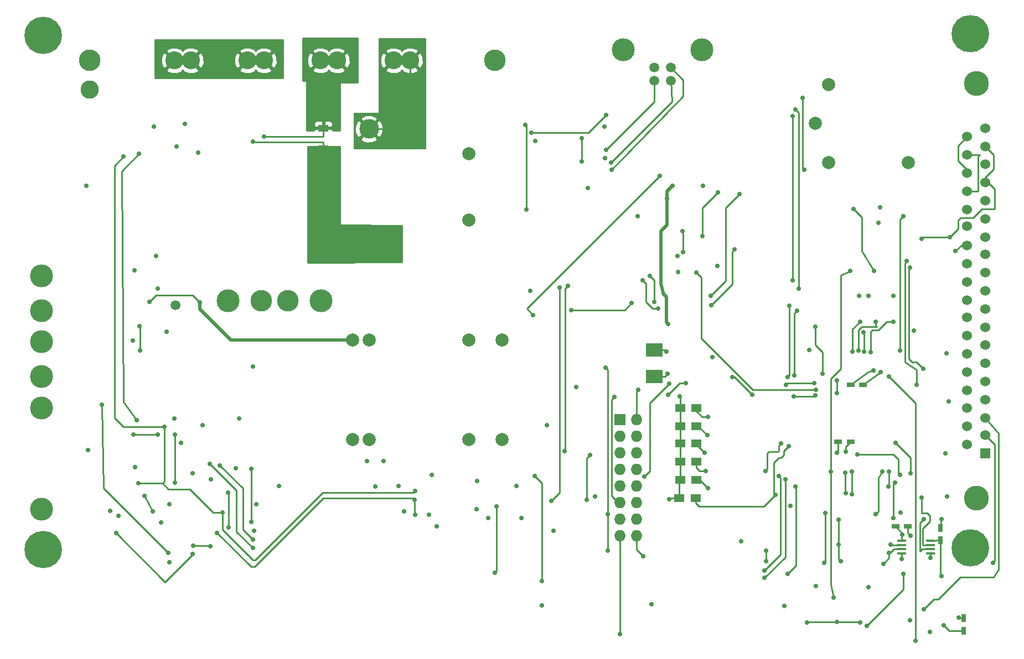
<source format=gbr>
G04 #@! TF.FileFunction,Copper,L4,Bot,Signal*
%FSLAX46Y46*%
G04 Gerber Fmt 4.6, Leading zero omitted, Abs format (unit mm)*
G04 Created by KiCad (PCBNEW 4.0.2-stable) date 12/22/2016 4:19:51 PM*
%MOMM*%
G01*
G04 APERTURE LIST*
%ADD10C,0.100000*%
%ADD11C,2.000000*%
%ADD12C,5.715000*%
%ADD13R,1.200000X0.750000*%
%ADD14C,3.810000*%
%ADD15R,1.524000X1.524000*%
%ADD16C,1.524000*%
%ADD17R,1.727200X1.727200*%
%ADD18O,1.727200X1.727200*%
%ADD19C,3.500000*%
%ADD20R,1.600000X1.000000*%
%ADD21C,2.750000*%
%ADD22C,3.300000*%
%ADD23C,2.790000*%
%ADD24C,1.501140*%
%ADD25C,3.500120*%
%ADD26C,3.000000*%
%ADD27C,1.500000*%
%ADD28R,0.750000X1.200000*%
%ADD29R,2.500000X2.000000*%
%ADD30R,1.500000X1.250000*%
%ADD31R,1.450000X0.450000*%
%ADD32C,0.700000*%
%ADD33C,0.250000*%
%ADD34C,0.500000*%
%ADD35C,0.254000*%
G04 APERTURE END LIST*
D10*
D11*
X144272000Y-120543000D03*
X139192000Y-120543000D03*
X144272000Y-105263000D03*
X139192000Y-105263000D03*
X123952000Y-105263000D03*
X121412000Y-105263000D03*
X123952000Y-120543000D03*
X121412000Y-120543000D03*
D12*
X74041000Y-137414000D03*
X74041000Y-58674000D03*
D13*
X195646000Y-120904000D03*
X197546000Y-120904000D03*
X199451000Y-112141000D03*
X197551000Y-112141000D03*
D14*
X216789000Y-66040000D03*
X216789000Y-129540000D03*
D15*
X218186000Y-122682000D03*
D16*
X218186000Y-119888000D03*
X218186000Y-117221000D03*
X218186000Y-114427000D03*
X218186000Y-111633000D03*
X218186000Y-108839000D03*
X218186000Y-106045000D03*
X218186000Y-103378000D03*
X218186000Y-100584000D03*
X218186000Y-97790000D03*
X218186000Y-94996000D03*
X218186000Y-92202000D03*
X218186000Y-89535000D03*
X218186000Y-86741000D03*
X218186000Y-83947000D03*
X218186000Y-81153000D03*
X218186000Y-78359000D03*
X218186000Y-75692000D03*
X218186000Y-72898000D03*
X215392000Y-121285000D03*
X215392000Y-118491000D03*
X215392000Y-115697000D03*
X215392000Y-113030000D03*
X215392000Y-110236000D03*
X215392000Y-107442000D03*
X215392000Y-104648000D03*
X215392000Y-101854000D03*
X215392000Y-99187000D03*
X215392000Y-96393000D03*
X215392000Y-93599000D03*
X215392000Y-90805000D03*
X215392000Y-87884000D03*
X215392000Y-85344000D03*
X215392000Y-82550000D03*
X215392000Y-79756000D03*
X215392000Y-76962000D03*
X215392000Y-74168000D03*
D17*
X162306000Y-117475000D03*
D18*
X164846000Y-117475000D03*
X162306000Y-120015000D03*
X164846000Y-120015000D03*
X162306000Y-122555000D03*
X164846000Y-122555000D03*
X162306000Y-125095000D03*
X164846000Y-125095000D03*
X162306000Y-127635000D03*
X164846000Y-127635000D03*
X162306000Y-130175000D03*
X164846000Y-130175000D03*
X162306000Y-132715000D03*
X164846000Y-132715000D03*
X162306000Y-135255000D03*
X164846000Y-135255000D03*
D19*
X73776000Y-131189000D03*
X73776000Y-115699000D03*
X73776000Y-110869000D03*
X73776000Y-105539000D03*
D20*
X116903500Y-72822000D03*
X116903500Y-76022000D03*
D21*
X94101000Y-62484000D03*
X96641000Y-62484000D03*
X130181000Y-62484000D03*
X127641000Y-62484000D03*
X105281000Y-62484000D03*
X107821000Y-62484000D03*
X119001000Y-62484000D03*
X116461000Y-62484000D03*
D22*
X81151000Y-62484000D03*
X143131000Y-62484000D03*
D23*
X81151000Y-66934000D03*
D12*
X215900000Y-137160000D03*
X215900000Y-58420000D03*
D24*
X170027600Y-63550800D03*
X167538400Y-63550800D03*
X167538400Y-65557400D03*
X170027600Y-65557400D03*
D25*
X174802800Y-60833000D03*
X162763200Y-60833000D03*
D19*
X73776000Y-100836000D03*
X73776000Y-95506000D03*
D26*
X123888500Y-72961500D03*
X126428500Y-90741500D03*
D11*
X139128500Y-86931500D03*
X139128500Y-76771500D03*
X194179000Y-78136000D03*
X192179000Y-72136000D03*
X194179000Y-66136000D03*
X206379000Y-78136000D03*
D27*
X94297500Y-99918000D03*
D19*
X116584000Y-99250500D03*
D22*
X111504000Y-99250500D03*
X107444000Y-99250500D03*
D19*
X102364000Y-99250500D03*
D28*
X214884000Y-147894000D03*
X214884000Y-149794000D03*
D29*
X167513000Y-106839000D03*
X167513000Y-110839000D03*
D30*
X173970000Y-123952000D03*
X171470000Y-123952000D03*
X173970000Y-121158000D03*
X171470000Y-121158000D03*
X173970000Y-118491000D03*
X171470000Y-118491000D03*
X173970000Y-115697000D03*
X171470000Y-115697000D03*
D28*
X211328000Y-135951000D03*
X211328000Y-134051000D03*
D30*
X173843000Y-129540000D03*
X171343000Y-129540000D03*
X173970000Y-126746000D03*
X171470000Y-126746000D03*
D13*
X204409000Y-133858000D03*
X206309000Y-133858000D03*
D31*
X205359000Y-136017000D03*
X205359000Y-136667000D03*
X205359000Y-137317000D03*
X205359000Y-137967000D03*
X209759000Y-136017000D03*
X209759000Y-136667000D03*
X209759000Y-137317000D03*
X209759000Y-137967000D03*
D32*
X197739000Y-128905000D03*
X197739000Y-125476000D03*
X158496000Y-129286000D03*
X152146000Y-134493000D03*
X142113000Y-132588000D03*
X201041000Y-109982000D03*
X212217000Y-107315000D03*
X180848000Y-136144000D03*
X155575000Y-112522000D03*
X151130000Y-118364000D03*
X175006000Y-81661000D03*
X148590000Y-97790000D03*
X211455000Y-132715000D03*
X209804000Y-138684000D03*
X171450000Y-113919000D03*
X169799000Y-129667000D03*
X192151000Y-103251000D03*
X193294000Y-110490000D03*
X196850000Y-122428000D03*
X176403000Y-107950000D03*
X169545000Y-110490000D03*
X206756000Y-135255000D03*
X157353000Y-82042000D03*
X192278000Y-143002000D03*
X198882000Y-98552000D03*
X204089000Y-98552000D03*
X213614000Y-91694000D03*
X202057000Y-84963000D03*
X171196000Y-94869000D03*
X164973000Y-86360000D03*
X140335000Y-131191000D03*
X206629000Y-148209000D03*
X212344000Y-129286000D03*
X212090000Y-122682000D03*
X212598000Y-114681000D03*
X160020000Y-77470000D03*
X149352000Y-74803000D03*
X159893000Y-72644000D03*
X205232000Y-131699000D03*
X188341000Y-130683000D03*
X211836000Y-148971000D03*
X167132000Y-145796000D03*
X150368000Y-145923000D03*
X187452000Y-146050000D03*
X196723000Y-125603000D03*
X196850000Y-128778000D03*
X94440500Y-75676000D03*
X91567000Y-97409000D03*
X103505000Y-124968000D03*
X106680000Y-130429000D03*
X106172000Y-109347000D03*
X85598000Y-132207000D03*
X95123000Y-121031000D03*
X110109000Y-127635000D03*
X126111000Y-123825000D03*
X123571000Y-123825000D03*
X128397000Y-127635000D03*
X92075000Y-133223000D03*
X134239000Y-133858000D03*
X133477000Y-125984000D03*
X88138000Y-124777500D03*
X104013000Y-117348000D03*
X124841000Y-127762000D03*
X87757000Y-105410000D03*
X129286000Y-131572000D03*
X133096000Y-132080000D03*
X99695000Y-126619000D03*
X106299000Y-134493000D03*
X93345000Y-139319000D03*
X93345000Y-130429000D03*
X96901000Y-125730000D03*
X98425000Y-118364000D03*
X94154000Y-117348000D03*
X92964000Y-104013000D03*
X91313000Y-92456000D03*
X88011000Y-94615000D03*
X97790000Y-76581000D03*
X80645000Y-81661000D03*
X80899000Y-122110500D03*
X84328000Y-131445000D03*
X90995500Y-72644000D03*
X95758000Y-72199500D03*
X90297000Y-99441000D03*
X97980500Y-99504500D03*
X170307000Y-81661000D03*
X169672000Y-102870000D03*
X184658000Y-137541000D03*
X184658000Y-139192000D03*
X148971000Y-101473000D03*
X168402000Y-80137000D03*
X160401000Y-137541000D03*
X169481500Y-83629500D03*
X160083500Y-109537500D03*
X160401000Y-131953000D03*
X156464000Y-77978000D03*
X156464000Y-74422000D03*
X147955000Y-85344000D03*
X147828000Y-72390000D03*
X197485000Y-94742000D03*
X197993000Y-85217000D03*
X201168000Y-94742000D03*
X194945000Y-144780000D03*
X194564000Y-125476000D03*
X160147000Y-76200000D03*
X190500000Y-79248000D03*
X190246000Y-68199000D03*
X174879000Y-89408000D03*
X177292000Y-82677000D03*
X117538500Y-77470000D03*
X115125500Y-76136500D03*
X115316000Y-77216000D03*
X116268500Y-77470000D03*
X118554500Y-77152500D03*
X118808500Y-76136500D03*
X106108500Y-74930000D03*
X161036000Y-79248000D03*
X160909000Y-78105000D03*
X219329000Y-139446000D03*
X200025000Y-149098000D03*
X205613000Y-141097000D03*
X198628000Y-122809000D03*
X205105000Y-125984000D03*
X208407000Y-129413000D03*
X186563000Y-126111000D03*
X184404000Y-140589000D03*
X143129000Y-140970000D03*
X143383000Y-130810000D03*
X208407000Y-89789000D03*
X179832000Y-91440000D03*
X176276000Y-99949000D03*
X168148000Y-100457000D03*
X165735000Y-96139000D03*
X154305000Y-97028000D03*
X153797000Y-122301000D03*
X212725000Y-89535000D03*
X208788000Y-146558000D03*
X199009000Y-148590000D03*
X195453000Y-148463000D03*
X190881000Y-148590000D03*
X208788000Y-132715000D03*
X204089000Y-132588000D03*
X204343000Y-127127000D03*
X149225000Y-126111000D03*
X150368000Y-142240000D03*
X187579000Y-126619000D03*
X184404000Y-141732000D03*
X157734000Y-122936000D03*
X157226000Y-129794000D03*
X99568000Y-124269500D03*
X106108500Y-137160000D03*
X101092000Y-124523500D03*
X106108500Y-135890000D03*
X105918000Y-133159500D03*
X105918000Y-125031500D03*
X118681500Y-72834500D03*
X118618000Y-71882000D03*
X117856000Y-71310500D03*
X116840000Y-71120000D03*
X115760500Y-71310500D03*
X115062000Y-71882000D03*
X115062000Y-72771000D03*
X107823000Y-74104500D03*
X96901000Y-138049000D03*
X85217000Y-134874000D03*
X88646000Y-127254000D03*
X130937000Y-128397000D03*
X86360000Y-77216000D03*
X92583000Y-118618000D03*
X101473000Y-131699000D03*
X130937000Y-132080000D03*
X100647500Y-134810500D03*
X130873500Y-129794000D03*
X88392000Y-117538500D03*
X88709500Y-76771500D03*
X87884000Y-119761000D03*
X91567000Y-119761000D03*
X94234000Y-127127000D03*
X94234000Y-119761000D03*
X162306000Y-150368000D03*
X209677000Y-149987000D03*
X161417000Y-114046000D03*
X169672000Y-113665000D03*
X172339000Y-111887000D03*
X187706000Y-112141000D03*
X192024000Y-111887000D03*
X165989000Y-126238000D03*
X169799000Y-112014000D03*
X179451000Y-110998000D03*
X182499000Y-113665000D03*
X188849000Y-113919000D03*
X192151000Y-113792000D03*
X195453000Y-113411000D03*
X195453000Y-111506000D03*
X204089000Y-102489000D03*
X200660000Y-107188000D03*
X201422000Y-102489000D03*
X198755000Y-106934000D03*
X199644000Y-107061000D03*
X199517000Y-104140000D03*
X197866000Y-107061000D03*
X199009000Y-102489000D03*
X171958000Y-91821000D03*
X171831000Y-88646000D03*
X192278000Y-112903000D03*
X173990000Y-94996000D03*
X164063500Y-99652000D03*
X154813000Y-100711000D03*
X96964500Y-136779000D03*
X99631500Y-136842500D03*
X102425500Y-133985000D03*
X102362000Y-128651000D03*
X206756000Y-125730000D03*
X204470000Y-121031000D03*
X88773000Y-103187500D03*
X88836500Y-106870500D03*
X90805000Y-131572000D03*
X89535000Y-129159000D03*
X208661000Y-109728000D03*
X206629000Y-94234000D03*
X188976000Y-110744000D03*
X189357000Y-100838000D03*
X189611000Y-97409000D03*
X189103000Y-69977000D03*
X148717000Y-73533000D03*
X160147000Y-70866000D03*
X188722000Y-70993000D03*
X188722000Y-96139000D03*
X188214000Y-100076000D03*
X187960000Y-110998000D03*
X202438000Y-125476000D03*
X201422000Y-131953000D03*
X193675000Y-131826000D03*
X193548000Y-139446000D03*
X203327000Y-127762000D03*
X203454000Y-125476000D03*
X187960000Y-141097000D03*
X189103000Y-127762000D03*
X207645000Y-112141000D03*
X206121000Y-93218000D03*
X205105000Y-106934000D03*
X205613000Y-86360000D03*
X207518000Y-151384000D03*
X203454000Y-110871000D03*
X83058000Y-115189000D03*
X93218000Y-137922000D03*
X175387000Y-125349000D03*
X175260000Y-122555000D03*
X175641000Y-119888000D03*
X175768000Y-117094000D03*
X188087000Y-121539000D03*
X186055000Y-129032000D03*
X175768000Y-128016000D03*
X186944000Y-121158000D03*
X184531000Y-125349000D03*
X167513000Y-99441000D03*
X166878000Y-95504000D03*
X153035000Y-97282000D03*
X151765000Y-129921000D03*
X176149000Y-98552000D03*
X180594000Y-82931000D03*
X165100000Y-112903000D03*
X196088000Y-139192000D03*
X203708000Y-136652000D03*
X195707000Y-136652000D03*
X195707000Y-132842000D03*
X202565000Y-139573000D03*
X203454000Y-137922000D03*
X165862000Y-138430000D03*
X171069000Y-92456000D03*
X169418000Y-107061000D03*
X147193000Y-132588000D03*
X191262000Y-106807000D03*
X202184000Y-110236000D03*
X207264000Y-103886000D03*
X211455000Y-141478000D03*
X195453000Y-122555000D03*
X205486000Y-135128000D03*
X140462000Y-126873000D03*
X200279000Y-143129000D03*
X146431000Y-127635000D03*
X200279000Y-98552000D03*
X177165000Y-93980000D03*
X201803000Y-87376000D03*
X214122000Y-147828000D03*
X205359000Y-138811000D03*
D33*
X197739000Y-125476000D02*
X197739000Y-128905000D01*
X201041000Y-109982000D02*
X200218000Y-110236000D01*
X200218000Y-110236000D02*
X197551000Y-112141000D01*
X211328000Y-134051000D02*
X211389000Y-132781000D01*
X211389000Y-132781000D02*
X211455000Y-132715000D01*
X209759000Y-137967000D02*
X209759000Y-138639000D01*
X209759000Y-138639000D02*
X209804000Y-138684000D01*
X171470000Y-115697000D02*
X171470000Y-113939000D01*
X171470000Y-113939000D02*
X171450000Y-113919000D01*
X171470000Y-115697000D02*
X171470000Y-118491000D01*
X171470000Y-118491000D02*
X171470000Y-121158000D01*
X171470000Y-121158000D02*
X171470000Y-123952000D01*
X171470000Y-123952000D02*
X171470000Y-126746000D01*
X171470000Y-126746000D02*
X171343000Y-126873000D01*
X171343000Y-126873000D02*
X171343000Y-129540000D01*
X171343000Y-129540000D02*
X169926000Y-129540000D01*
X169926000Y-129540000D02*
X169799000Y-129667000D01*
X193294000Y-110490000D02*
X193294000Y-107188000D01*
X193294000Y-107188000D02*
X192151000Y-106045000D01*
X192151000Y-106045000D02*
X192151000Y-103251000D01*
X196850000Y-122428000D02*
X196850000Y-121600000D01*
X196850000Y-121600000D02*
X197546000Y-120904000D01*
X167513000Y-110839000D02*
X169196000Y-110839000D01*
X169196000Y-110839000D02*
X169545000Y-110490000D01*
X206309000Y-133858000D02*
X206309000Y-134808000D01*
X206309000Y-134808000D02*
X206756000Y-135255000D01*
X215392000Y-90805000D02*
X214503000Y-90805000D01*
X214503000Y-90805000D02*
X213614000Y-91694000D01*
X210357000Y-137967000D02*
X209378000Y-137967000D01*
X214884000Y-149794000D02*
X212659000Y-149794000D01*
X212659000Y-149794000D02*
X211836000Y-148971000D01*
X209775000Y-137983000D02*
X209804000Y-138012000D01*
X206309000Y-133858000D02*
X206248000Y-133858000D01*
X209804000Y-137922000D02*
X209759000Y-137967000D01*
X196723000Y-128651000D02*
X196723000Y-125603000D01*
X196850000Y-128778000D02*
X196723000Y-128651000D01*
X94488000Y-75692000D02*
X94456500Y-75692000D01*
X94456500Y-75692000D02*
X94440500Y-75676000D01*
D34*
X106172000Y-109347000D02*
X106045000Y-109347000D01*
D33*
X88138000Y-124777500D02*
X88201500Y-124714000D01*
D34*
X94154000Y-117348000D02*
X94107000Y-117348000D01*
X97980500Y-99504500D02*
X97980500Y-100520500D01*
X102723000Y-105263000D02*
X121412000Y-105263000D01*
X97980500Y-100520500D02*
X102723000Y-105263000D01*
D33*
X91313000Y-98425000D02*
X90297000Y-99441000D01*
X96901000Y-98425000D02*
X91313000Y-98425000D01*
X97980500Y-99504500D02*
X96901000Y-98425000D01*
D34*
X169481500Y-82486500D02*
X170307000Y-81661000D01*
X169481500Y-82486500D02*
X169481500Y-83629500D01*
X168910000Y-98044000D02*
X168910000Y-98171000D01*
X168910000Y-98044000D02*
X168529000Y-96647000D01*
X168529000Y-96647000D02*
X168529000Y-88646000D01*
X168529000Y-88646000D02*
X169481500Y-87693500D01*
X169481500Y-83629500D02*
X169481500Y-87693500D01*
X169418000Y-102616000D02*
X169672000Y-102870000D01*
X169418000Y-98679000D02*
X169418000Y-102616000D01*
X168910000Y-98171000D02*
X169418000Y-98679000D01*
D33*
X184658000Y-139192000D02*
X184658000Y-137541000D01*
X148082000Y-100457000D02*
X148971000Y-101473000D01*
X168402000Y-80137000D02*
X148082000Y-100457000D01*
X160401000Y-137541000D02*
X160401000Y-131953000D01*
X160401000Y-131953000D02*
X160401000Y-109855000D01*
X160401000Y-109855000D02*
X160083500Y-109537500D01*
X156464000Y-74422000D02*
X156464000Y-77978000D01*
X147955000Y-72517000D02*
X147955000Y-85344000D01*
X147828000Y-72390000D02*
X147955000Y-72517000D01*
X194564000Y-125476000D02*
X194564000Y-111252000D01*
X196088000Y-95377000D02*
X197485000Y-94742000D01*
X196088000Y-109728000D02*
X196088000Y-95377000D01*
X194564000Y-111252000D02*
X196088000Y-109728000D01*
X197993000Y-85217000D02*
X199263000Y-86487000D01*
X199263000Y-86487000D02*
X199263000Y-91694000D01*
X199263000Y-91694000D02*
X201168000Y-94742000D01*
X194564000Y-142748000D02*
X194564000Y-125476000D01*
X194945000Y-144780000D02*
X194564000Y-142748000D01*
X167538400Y-65557400D02*
X167538400Y-68808600D01*
X167538400Y-68808600D02*
X160147000Y-76200000D01*
X190500000Y-79248000D02*
X190246000Y-79121000D01*
X190246000Y-79121000D02*
X190246000Y-68199000D01*
X174879000Y-85090000D02*
X174879000Y-89408000D01*
X177292000Y-82677000D02*
X174879000Y-85090000D01*
X116268500Y-77470000D02*
X117475000Y-77406500D01*
X117475000Y-77406500D02*
X117538500Y-77470000D01*
X116903500Y-76022000D02*
X118694000Y-76022000D01*
X115240000Y-76022000D02*
X116903500Y-76022000D01*
X115125500Y-76136500D02*
X115240000Y-76022000D01*
X116268500Y-77470000D02*
X115316000Y-77216000D01*
X118491000Y-77470000D02*
X117792500Y-77724000D01*
X118554500Y-77152500D02*
X118491000Y-77470000D01*
X118694000Y-76022000D02*
X118808500Y-76136500D01*
X116903500Y-75057000D02*
X116903500Y-76022000D01*
X116840000Y-74993500D02*
X116903500Y-75057000D01*
X106172000Y-74993500D02*
X116840000Y-74993500D01*
X106108500Y-74930000D02*
X106172000Y-74993500D01*
X171958000Y-65481200D02*
X170027600Y-63550800D01*
X171958000Y-67945000D02*
X171958000Y-65481200D01*
X161036000Y-79248000D02*
X171958000Y-67945000D01*
X170218100Y-68795900D02*
X170027600Y-65557400D01*
X160909000Y-78105000D02*
X170218100Y-68795900D01*
X200025000Y-149098000D02*
X205613000Y-143510000D01*
X205613000Y-143510000D02*
X205613000Y-141097000D01*
X219583000Y-121285000D02*
X218186000Y-119888000D01*
X219583000Y-139192000D02*
X219583000Y-121285000D01*
X219329000Y-139446000D02*
X219583000Y-139192000D01*
X209759000Y-136667000D02*
X208676000Y-136667000D01*
X204089000Y-122809000D02*
X198628000Y-122809000D01*
X204851000Y-123571000D02*
X204089000Y-122809000D01*
X204851000Y-125730000D02*
X204851000Y-123571000D01*
X205105000Y-125984000D02*
X204851000Y-125730000D01*
X208407000Y-131826000D02*
X208407000Y-129413000D01*
X209296000Y-131826000D02*
X208407000Y-131826000D01*
X209677000Y-132207000D02*
X209296000Y-131826000D01*
X209677000Y-133096000D02*
X209677000Y-132207000D01*
X208593002Y-134179998D02*
X209677000Y-133096000D01*
X208593002Y-136584002D02*
X208593002Y-134179998D01*
X208676000Y-136667000D02*
X208593002Y-136584002D01*
X186563000Y-126111000D02*
X186817000Y-126365000D01*
X186817000Y-126365000D02*
X186817000Y-138176000D01*
X186817000Y-138176000D02*
X184404000Y-140589000D01*
X143129000Y-140970000D02*
X143383000Y-140716000D01*
X143383000Y-140716000D02*
X143383000Y-130810000D01*
X209804000Y-136652000D02*
X209759000Y-136667000D01*
X208661000Y-89535000D02*
X212725000Y-89535000D01*
X208407000Y-89789000D02*
X208661000Y-89535000D01*
X179451000Y-91821000D02*
X179832000Y-91440000D01*
X179451000Y-96774000D02*
X179451000Y-91821000D01*
X176276000Y-99949000D02*
X179451000Y-96774000D01*
X167259000Y-100457000D02*
X168148000Y-100457000D01*
X166243000Y-99441000D02*
X167259000Y-100457000D01*
X166243000Y-96647000D02*
X166243000Y-99441000D01*
X165735000Y-96139000D02*
X166243000Y-96647000D01*
X153924000Y-97409000D02*
X154305000Y-97028000D01*
X153924000Y-122174000D02*
X153924000Y-97409000D01*
X153797000Y-122301000D02*
X153924000Y-122174000D01*
X218186000Y-81153000D02*
X218186000Y-80391000D01*
X218186000Y-80391000D02*
X219456000Y-79121000D01*
X219456000Y-76962000D02*
X218186000Y-75692000D01*
X219456000Y-79121000D02*
X219456000Y-76962000D01*
X219583000Y-82169000D02*
X218567000Y-81153000D01*
X212725000Y-89535000D02*
X213995000Y-88265000D01*
X213995000Y-88265000D02*
X213995000Y-86995000D01*
X213995000Y-86995000D02*
X214376000Y-86614000D01*
X214376000Y-86614000D02*
X216281000Y-86614000D01*
X216281000Y-86614000D02*
X217678000Y-85217000D01*
X217678000Y-85217000D02*
X219583000Y-85217000D01*
X219583000Y-85217000D02*
X219583000Y-82169000D01*
X218567000Y-81153000D02*
X218186000Y-81153000D01*
X195453000Y-148463000D02*
X198882000Y-148463000D01*
X220218000Y-119634000D02*
X220218000Y-140462000D01*
X220218000Y-140462000D02*
X219456000Y-141605000D01*
X219456000Y-141605000D02*
X214376000Y-141605000D01*
X214376000Y-141605000D02*
X210947000Y-145034000D01*
X220218000Y-119634000D02*
X218186000Y-117221000D01*
X210312000Y-145034000D02*
X210947000Y-145034000D01*
X208788000Y-146558000D02*
X210312000Y-145034000D01*
X198882000Y-148463000D02*
X199009000Y-148590000D01*
X191008000Y-148463000D02*
X195453000Y-148463000D01*
X190881000Y-148590000D02*
X191008000Y-148463000D01*
X208504000Y-137317000D02*
X209759000Y-137317000D01*
X208153000Y-137668000D02*
X208504000Y-137317000D01*
X208153000Y-133350000D02*
X208153000Y-137668000D01*
X208788000Y-132715000D02*
X208153000Y-133350000D01*
X204089000Y-127381000D02*
X204089000Y-132588000D01*
X204343000Y-127127000D02*
X204089000Y-127381000D01*
X149225000Y-126111000D02*
X150368000Y-127254000D01*
X150368000Y-127254000D02*
X150368000Y-142240000D01*
X187579000Y-138557000D02*
X187579000Y-126619000D01*
X184404000Y-141732000D02*
X187579000Y-138557000D01*
X209804000Y-137287000D02*
X209759000Y-137317000D01*
X157226000Y-129794000D02*
X157226000Y-123444000D01*
X157226000Y-123444000D02*
X157734000Y-122936000D01*
X215392000Y-79756000D02*
X215392000Y-79248000D01*
X215392000Y-79248000D02*
X213995000Y-77851000D01*
X213995000Y-77851000D02*
X213995000Y-75565000D01*
X213995000Y-75565000D02*
X215392000Y-74168000D01*
X103632000Y-128333500D02*
X99568000Y-124269500D01*
X103632000Y-134683500D02*
X103632000Y-128333500D01*
X106108500Y-137160000D02*
X103632000Y-134683500D01*
X104584500Y-128016000D02*
X101092000Y-124523500D01*
X104584500Y-134366000D02*
X104584500Y-128016000D01*
X106108500Y-135890000D02*
X104584500Y-134366000D01*
X105918000Y-125031500D02*
X105918000Y-133159500D01*
X130181000Y-62484000D02*
X127641000Y-62484000D01*
X123888500Y-72961500D02*
X128143000Y-72961500D01*
X130181000Y-70923500D02*
X130181000Y-62484000D01*
X128143000Y-72961500D02*
X130181000Y-70923500D01*
X116903500Y-72822000D02*
X115113000Y-72822000D01*
X118427500Y-72072500D02*
X118681500Y-72834500D01*
X118618000Y-71882000D02*
X118427500Y-72072500D01*
X116903500Y-71056500D02*
X117856000Y-71310500D01*
X116840000Y-71120000D02*
X116903500Y-71056500D01*
X115506500Y-71183500D02*
X115760500Y-71310500D01*
X115062000Y-71882000D02*
X115506500Y-71183500D01*
X115113000Y-72822000D02*
X115062000Y-72771000D01*
X116903500Y-72822000D02*
X116903500Y-74104500D01*
X116903500Y-74104500D02*
X107823000Y-74104500D01*
X96901000Y-138049000D02*
X96901000Y-138176000D01*
X96901000Y-138176000D02*
X92710000Y-142367000D01*
X92710000Y-142367000D02*
X85217000Y-134874000D01*
X85217000Y-134874000D02*
X92710000Y-142367000D01*
X101473000Y-131699000D02*
X100076000Y-131699000D01*
X93218000Y-128143000D02*
X92329000Y-127254000D01*
X96520000Y-128143000D02*
X93218000Y-128143000D01*
X100076000Y-131699000D02*
X96520000Y-128143000D01*
X92583000Y-118618000D02*
X92583000Y-127000000D01*
X92583000Y-127000000D02*
X92329000Y-127254000D01*
X92329000Y-127254000D02*
X88646000Y-127254000D01*
X92583000Y-118618000D02*
X86360000Y-118618000D01*
X84963000Y-78613000D02*
X86360000Y-77216000D01*
X84963000Y-117221000D02*
X84963000Y-78613000D01*
X86360000Y-118618000D02*
X84963000Y-117221000D01*
X101473000Y-134302500D02*
X101473000Y-131699000D01*
X106172000Y-139001500D02*
X101473000Y-134302500D01*
X106489500Y-139001500D02*
X106172000Y-139001500D01*
X116840000Y-128651000D02*
X106489500Y-139001500D01*
X130683000Y-128651000D02*
X116840000Y-128651000D01*
X130937000Y-128397000D02*
X130683000Y-128651000D01*
X130873500Y-132016500D02*
X130873500Y-129794000D01*
X130937000Y-132080000D02*
X130873500Y-132016500D01*
X105854500Y-140017500D02*
X100647500Y-134810500D01*
X106362500Y-140017500D02*
X105854500Y-140017500D01*
X116903500Y-129476500D02*
X106362500Y-140017500D01*
X130556000Y-129476500D02*
X116903500Y-129476500D01*
X130873500Y-129794000D02*
X130556000Y-129476500D01*
X86360000Y-114808000D02*
X88392000Y-117538500D01*
X86042500Y-79438500D02*
X86360000Y-114808000D01*
X88709500Y-76771500D02*
X86042500Y-79438500D01*
X91567000Y-119761000D02*
X87884000Y-119761000D01*
X94234000Y-127127000D02*
X94234000Y-119761000D01*
X162306000Y-135255000D02*
X162306000Y-150368000D01*
X162306000Y-130175000D02*
X162052000Y-130175000D01*
X162052000Y-130175000D02*
X161036000Y-129159000D01*
X161036000Y-129159000D02*
X161036000Y-114427000D01*
X161036000Y-114427000D02*
X161417000Y-114046000D01*
X169672000Y-113665000D02*
X171450000Y-111887000D01*
X171450000Y-111887000D02*
X172339000Y-111887000D01*
X187706000Y-112141000D02*
X187960000Y-111887000D01*
X187960000Y-111887000D02*
X192024000Y-111887000D01*
X166878000Y-125349000D02*
X165989000Y-126238000D01*
X166878000Y-114935000D02*
X166878000Y-125349000D01*
X169799000Y-112014000D02*
X166878000Y-114935000D01*
X179832000Y-110998000D02*
X179451000Y-110998000D01*
X182499000Y-113665000D02*
X179832000Y-110998000D01*
X192024000Y-113919000D02*
X188849000Y-113919000D01*
X192151000Y-113792000D02*
X192024000Y-113919000D01*
X195453000Y-111506000D02*
X195453000Y-113411000D01*
X203073000Y-102489000D02*
X204089000Y-102489000D01*
X201803000Y-103759000D02*
X203073000Y-102489000D01*
X200914000Y-103759000D02*
X201803000Y-103759000D01*
X200660000Y-104013000D02*
X200914000Y-103759000D01*
X200660000Y-107188000D02*
X200660000Y-104013000D01*
X201422000Y-103124000D02*
X201422000Y-102489000D01*
X201549000Y-103251000D02*
X201422000Y-103124000D01*
X199263000Y-103251000D02*
X201549000Y-103251000D01*
X198755000Y-103759000D02*
X199263000Y-103251000D01*
X198755000Y-106934000D02*
X198755000Y-103759000D01*
X199644000Y-104267000D02*
X199644000Y-107061000D01*
X199517000Y-104140000D02*
X199644000Y-104267000D01*
X197866000Y-103632000D02*
X197866000Y-107061000D01*
X199009000Y-102489000D02*
X197866000Y-103632000D01*
X171958000Y-88773000D02*
X171958000Y-91821000D01*
X171831000Y-88646000D02*
X171958000Y-88773000D01*
X182626000Y-112903000D02*
X192278000Y-112903000D01*
X174752000Y-105029000D02*
X182626000Y-112903000D01*
X174752000Y-95758000D02*
X174752000Y-105029000D01*
X173990000Y-94996000D02*
X174752000Y-95758000D01*
X163004500Y-100711000D02*
X154813000Y-100711000D01*
X164063500Y-99652000D02*
X163004500Y-100711000D01*
X99568000Y-136779000D02*
X96964500Y-136779000D01*
X99631500Y-136842500D02*
X99568000Y-136779000D01*
X102425500Y-128714500D02*
X102425500Y-133985000D01*
X102362000Y-128651000D02*
X102425500Y-128714500D01*
X206756000Y-123317000D02*
X206756000Y-125730000D01*
X204470000Y-121031000D02*
X206756000Y-123317000D01*
X88773000Y-103187500D02*
X88836500Y-103251000D01*
X88836500Y-103251000D02*
X88836500Y-106870500D01*
X89535000Y-129159000D02*
X90805000Y-131572000D01*
X206502000Y-94615000D02*
X206502000Y-108204000D01*
X207645000Y-108712000D02*
X208661000Y-109728000D01*
X207010000Y-108712000D02*
X207645000Y-108712000D01*
X206502000Y-108204000D02*
X207010000Y-108712000D01*
X206629000Y-94234000D02*
X206502000Y-94615000D01*
X188976000Y-101219000D02*
X188976000Y-110744000D01*
X189357000Y-100838000D02*
X188976000Y-101219000D01*
X189611000Y-70485000D02*
X189611000Y-97409000D01*
X189103000Y-69977000D02*
X189611000Y-70485000D01*
X157480000Y-73533000D02*
X148717000Y-73533000D01*
X160147000Y-70866000D02*
X157480000Y-73533000D01*
X188722000Y-96139000D02*
X188722000Y-70993000D01*
X188214000Y-110744000D02*
X188214000Y-100076000D01*
X187960000Y-110998000D02*
X188214000Y-110744000D01*
X201803000Y-126365000D02*
X202438000Y-125476000D01*
X201803000Y-131572000D02*
X201803000Y-126365000D01*
X201422000Y-131953000D02*
X201803000Y-131572000D01*
X193675000Y-139319000D02*
X193675000Y-131826000D01*
X193548000Y-139446000D02*
X193675000Y-139319000D01*
X203454000Y-127635000D02*
X203327000Y-127762000D01*
X203454000Y-125476000D02*
X203454000Y-127635000D01*
X189230000Y-139827000D02*
X187960000Y-141097000D01*
X189230000Y-127889000D02*
X189230000Y-139827000D01*
X189103000Y-127762000D02*
X189230000Y-127889000D01*
X207645000Y-109855000D02*
X207645000Y-112141000D01*
X205867000Y-108712000D02*
X207645000Y-109855000D01*
X205867000Y-93599000D02*
X205867000Y-108712000D01*
X206121000Y-93218000D02*
X205867000Y-93599000D01*
X205105000Y-86868000D02*
X205105000Y-106934000D01*
X205613000Y-86360000D02*
X205105000Y-86868000D01*
X207518000Y-151003000D02*
X207518000Y-114935000D01*
X207518000Y-151384000D02*
X207518000Y-151003000D01*
X203454000Y-110871000D02*
X207518000Y-114935000D01*
X83058000Y-115189000D02*
X82994500Y-115252500D01*
X82994500Y-115252500D02*
X83312000Y-127952500D01*
X83312000Y-127952500D02*
X92710000Y-137350500D01*
X92710000Y-137350500D02*
X93218000Y-137922000D01*
X173970000Y-123952000D02*
X173970000Y-124821000D01*
X174498000Y-125349000D02*
X175387000Y-125349000D01*
X173970000Y-124821000D02*
X174498000Y-125349000D01*
X173970000Y-121158000D02*
X173970000Y-121265000D01*
X173970000Y-121265000D02*
X175260000Y-122555000D01*
X173970000Y-118491000D02*
X174244000Y-118491000D01*
X174244000Y-118491000D02*
X175641000Y-119888000D01*
X173970000Y-115697000D02*
X173970000Y-116185000D01*
X173970000Y-116185000D02*
X174879000Y-117094000D01*
X174879000Y-117094000D02*
X175768000Y-117094000D01*
X173843000Y-129540000D02*
X173843000Y-130282000D01*
X184277000Y-130810000D02*
X186055000Y-129032000D01*
X174371000Y-130810000D02*
X184277000Y-130810000D01*
X173843000Y-130282000D02*
X174371000Y-130810000D01*
X187325000Y-122301000D02*
X188087000Y-121539000D01*
X187325000Y-122936000D02*
X187325000Y-122301000D01*
X186944000Y-123317000D02*
X187325000Y-122936000D01*
X186563000Y-123317000D02*
X186944000Y-123317000D01*
X185801000Y-124079000D02*
X186563000Y-123317000D01*
X185801000Y-128778000D02*
X185801000Y-124079000D01*
X186055000Y-129032000D02*
X185801000Y-128778000D01*
X173970000Y-126746000D02*
X174498000Y-126746000D01*
X174498000Y-126746000D02*
X175768000Y-128016000D01*
X174097000Y-126746000D02*
X174498000Y-126746000D01*
X174498000Y-126746000D02*
X175768000Y-128016000D01*
X186563000Y-121539000D02*
X186944000Y-121158000D01*
X186563000Y-122301000D02*
X186563000Y-121539000D01*
X186436000Y-122428000D02*
X186563000Y-122301000D01*
X185039000Y-122428000D02*
X186436000Y-122428000D01*
X184785000Y-122682000D02*
X185039000Y-122428000D01*
X184785000Y-125095000D02*
X184785000Y-122682000D01*
X184531000Y-125349000D02*
X184785000Y-125095000D01*
D34*
X218186000Y-122682000D02*
X218186000Y-123190000D01*
D33*
X167513000Y-96139000D02*
X167513000Y-99441000D01*
X166878000Y-95504000D02*
X167513000Y-96139000D01*
X153035000Y-128651000D02*
X153035000Y-97282000D01*
X151765000Y-129921000D02*
X153035000Y-128651000D01*
X178435000Y-96266000D02*
X176149000Y-98552000D01*
X178435000Y-85090000D02*
X178435000Y-96266000D01*
X180594000Y-82931000D02*
X178435000Y-85090000D01*
X215392000Y-82550000D02*
X217043000Y-82550000D01*
X217043000Y-82550000D02*
X217043000Y-77216000D01*
X217043000Y-77216000D02*
X217297000Y-76962000D01*
X217297000Y-76962000D02*
X215392000Y-76962000D01*
X164846000Y-117475000D02*
X164846000Y-113157000D01*
X164846000Y-113157000D02*
X165100000Y-112903000D01*
X195707000Y-138811000D02*
X195707000Y-136652000D01*
X196088000Y-139192000D02*
X195707000Y-138811000D01*
X203723000Y-136667000D02*
X205359000Y-136667000D01*
X203708000Y-136652000D02*
X203723000Y-136667000D01*
X195707000Y-132842000D02*
X195707000Y-136652000D01*
X203454000Y-137922000D02*
X203454000Y-138684000D01*
X203454000Y-138684000D02*
X202565000Y-139573000D01*
X205359000Y-137317000D02*
X204186000Y-137317000D01*
X204186000Y-137317000D02*
X203581000Y-137922000D01*
X203581000Y-137922000D02*
X203454000Y-137922000D01*
X165862000Y-138430000D02*
X164846000Y-137414000D01*
X164846000Y-137414000D02*
X164846000Y-135255000D01*
X204978000Y-137287000D02*
X204978000Y-137317000D01*
X164846000Y-135255000D02*
X165354000Y-134747000D01*
X169196000Y-106839000D02*
X167513000Y-106839000D01*
X169418000Y-107061000D02*
X169196000Y-106839000D01*
X202184000Y-110236000D02*
X202118000Y-110236000D01*
X202118000Y-110236000D02*
X199451000Y-112141000D01*
X211328000Y-135951000D02*
X211328000Y-141351000D01*
X211328000Y-141351000D02*
X211455000Y-141478000D01*
X209759000Y-136017000D02*
X209992000Y-136017000D01*
X209992000Y-136017000D02*
X211328000Y-135951000D01*
X195646000Y-120904000D02*
X195646000Y-122362000D01*
X195646000Y-122362000D02*
X195453000Y-122555000D01*
X205486000Y-135128000D02*
X205486000Y-134935000D01*
X205359000Y-135255000D02*
X205486000Y-135128000D01*
X205359000Y-136017000D02*
X205359000Y-135255000D01*
X205486000Y-134935000D02*
X204409000Y-133858000D01*
X214188000Y-147894000D02*
X214884000Y-147894000D01*
X214122000Y-147828000D02*
X214188000Y-147894000D01*
X205359000Y-137967000D02*
X205359000Y-138811000D01*
X205359000Y-137922000D02*
X205359000Y-137967000D01*
D35*
G36*
X110744000Y-65151000D02*
X91186000Y-65151000D01*
X91186000Y-62129993D01*
X92082429Y-62129993D01*
X92100611Y-62929414D01*
X92371556Y-63583533D01*
X92677341Y-63728054D01*
X93921395Y-62484000D01*
X92677341Y-61239946D01*
X92371556Y-61384467D01*
X92082429Y-62129993D01*
X91186000Y-62129993D01*
X91186000Y-61060341D01*
X92856946Y-61060341D01*
X94101000Y-62304395D01*
X94115143Y-62290253D01*
X94294748Y-62469858D01*
X94280605Y-62484000D01*
X94294748Y-62498143D01*
X94115143Y-62677748D01*
X94101000Y-62663605D01*
X92856946Y-63907659D01*
X93001467Y-64213444D01*
X93746993Y-64502571D01*
X94546414Y-64484389D01*
X95200533Y-64213444D01*
X95298547Y-64006061D01*
X95371000Y-63933608D01*
X95443453Y-64006061D01*
X95541467Y-64213444D01*
X96286993Y-64502571D01*
X97086414Y-64484389D01*
X97740533Y-64213444D01*
X97885054Y-63907659D01*
X96641000Y-62663605D01*
X96626858Y-62677748D01*
X96447253Y-62498143D01*
X96461395Y-62484000D01*
X96820605Y-62484000D01*
X98064659Y-63728054D01*
X98370444Y-63583533D01*
X98659571Y-62838007D01*
X98643468Y-62129993D01*
X103262429Y-62129993D01*
X103280611Y-62929414D01*
X103551556Y-63583533D01*
X103857341Y-63728054D01*
X105101395Y-62484000D01*
X103857341Y-61239946D01*
X103551556Y-61384467D01*
X103262429Y-62129993D01*
X98643468Y-62129993D01*
X98641389Y-62038586D01*
X98370444Y-61384467D01*
X98064659Y-61239946D01*
X96820605Y-62484000D01*
X96461395Y-62484000D01*
X96447253Y-62469858D01*
X96626858Y-62290253D01*
X96641000Y-62304395D01*
X97885054Y-61060341D01*
X104036946Y-61060341D01*
X105281000Y-62304395D01*
X105295143Y-62290253D01*
X105474748Y-62469858D01*
X105460605Y-62484000D01*
X105474748Y-62498143D01*
X105295143Y-62677748D01*
X105281000Y-62663605D01*
X104036946Y-63907659D01*
X104181467Y-64213444D01*
X104926993Y-64502571D01*
X105726414Y-64484389D01*
X106380533Y-64213444D01*
X106478547Y-64006061D01*
X106551000Y-63933608D01*
X106623453Y-64006061D01*
X106721467Y-64213444D01*
X107466993Y-64502571D01*
X108266414Y-64484389D01*
X108920533Y-64213444D01*
X109065054Y-63907659D01*
X107821000Y-62663605D01*
X107806858Y-62677748D01*
X107627253Y-62498143D01*
X107641395Y-62484000D01*
X108000605Y-62484000D01*
X109244659Y-63728054D01*
X109550444Y-63583533D01*
X109839571Y-62838007D01*
X109821389Y-62038586D01*
X109550444Y-61384467D01*
X109244659Y-61239946D01*
X108000605Y-62484000D01*
X107641395Y-62484000D01*
X107627253Y-62469858D01*
X107806858Y-62290253D01*
X107821000Y-62304395D01*
X109065054Y-61060341D01*
X108920533Y-60754556D01*
X108175007Y-60465429D01*
X107375586Y-60483611D01*
X106721467Y-60754556D01*
X106623453Y-60961939D01*
X106551000Y-61034392D01*
X106478547Y-60961939D01*
X106380533Y-60754556D01*
X105635007Y-60465429D01*
X104835586Y-60483611D01*
X104181467Y-60754556D01*
X104036946Y-61060341D01*
X97885054Y-61060341D01*
X97740533Y-60754556D01*
X96995007Y-60465429D01*
X96195586Y-60483611D01*
X95541467Y-60754556D01*
X95443453Y-60961939D01*
X95371000Y-61034392D01*
X95298547Y-60961939D01*
X95200533Y-60754556D01*
X94455007Y-60465429D01*
X93655586Y-60483611D01*
X93001467Y-60754556D01*
X92856946Y-61060341D01*
X91186000Y-61060341D01*
X91186000Y-59309000D01*
X110744000Y-59309000D01*
X110744000Y-65151000D01*
X110744000Y-65151000D01*
G37*
X110744000Y-65151000D02*
X91186000Y-65151000D01*
X91186000Y-62129993D01*
X92082429Y-62129993D01*
X92100611Y-62929414D01*
X92371556Y-63583533D01*
X92677341Y-63728054D01*
X93921395Y-62484000D01*
X92677341Y-61239946D01*
X92371556Y-61384467D01*
X92082429Y-62129993D01*
X91186000Y-62129993D01*
X91186000Y-61060341D01*
X92856946Y-61060341D01*
X94101000Y-62304395D01*
X94115143Y-62290253D01*
X94294748Y-62469858D01*
X94280605Y-62484000D01*
X94294748Y-62498143D01*
X94115143Y-62677748D01*
X94101000Y-62663605D01*
X92856946Y-63907659D01*
X93001467Y-64213444D01*
X93746993Y-64502571D01*
X94546414Y-64484389D01*
X95200533Y-64213444D01*
X95298547Y-64006061D01*
X95371000Y-63933608D01*
X95443453Y-64006061D01*
X95541467Y-64213444D01*
X96286993Y-64502571D01*
X97086414Y-64484389D01*
X97740533Y-64213444D01*
X97885054Y-63907659D01*
X96641000Y-62663605D01*
X96626858Y-62677748D01*
X96447253Y-62498143D01*
X96461395Y-62484000D01*
X96820605Y-62484000D01*
X98064659Y-63728054D01*
X98370444Y-63583533D01*
X98659571Y-62838007D01*
X98643468Y-62129993D01*
X103262429Y-62129993D01*
X103280611Y-62929414D01*
X103551556Y-63583533D01*
X103857341Y-63728054D01*
X105101395Y-62484000D01*
X103857341Y-61239946D01*
X103551556Y-61384467D01*
X103262429Y-62129993D01*
X98643468Y-62129993D01*
X98641389Y-62038586D01*
X98370444Y-61384467D01*
X98064659Y-61239946D01*
X96820605Y-62484000D01*
X96461395Y-62484000D01*
X96447253Y-62469858D01*
X96626858Y-62290253D01*
X96641000Y-62304395D01*
X97885054Y-61060341D01*
X104036946Y-61060341D01*
X105281000Y-62304395D01*
X105295143Y-62290253D01*
X105474748Y-62469858D01*
X105460605Y-62484000D01*
X105474748Y-62498143D01*
X105295143Y-62677748D01*
X105281000Y-62663605D01*
X104036946Y-63907659D01*
X104181467Y-64213444D01*
X104926993Y-64502571D01*
X105726414Y-64484389D01*
X106380533Y-64213444D01*
X106478547Y-64006061D01*
X106551000Y-63933608D01*
X106623453Y-64006061D01*
X106721467Y-64213444D01*
X107466993Y-64502571D01*
X108266414Y-64484389D01*
X108920533Y-64213444D01*
X109065054Y-63907659D01*
X107821000Y-62663605D01*
X107806858Y-62677748D01*
X107627253Y-62498143D01*
X107641395Y-62484000D01*
X108000605Y-62484000D01*
X109244659Y-63728054D01*
X109550444Y-63583533D01*
X109839571Y-62838007D01*
X109821389Y-62038586D01*
X109550444Y-61384467D01*
X109244659Y-61239946D01*
X108000605Y-62484000D01*
X107641395Y-62484000D01*
X107627253Y-62469858D01*
X107806858Y-62290253D01*
X107821000Y-62304395D01*
X109065054Y-61060341D01*
X108920533Y-60754556D01*
X108175007Y-60465429D01*
X107375586Y-60483611D01*
X106721467Y-60754556D01*
X106623453Y-60961939D01*
X106551000Y-61034392D01*
X106478547Y-60961939D01*
X106380533Y-60754556D01*
X105635007Y-60465429D01*
X104835586Y-60483611D01*
X104181467Y-60754556D01*
X104036946Y-61060341D01*
X97885054Y-61060341D01*
X97740533Y-60754556D01*
X96995007Y-60465429D01*
X96195586Y-60483611D01*
X95541467Y-60754556D01*
X95443453Y-60961939D01*
X95371000Y-61034392D01*
X95298547Y-60961939D01*
X95200533Y-60754556D01*
X94455007Y-60465429D01*
X93655586Y-60483611D01*
X93001467Y-60754556D01*
X92856946Y-61060341D01*
X91186000Y-61060341D01*
X91186000Y-59309000D01*
X110744000Y-59309000D01*
X110744000Y-65151000D01*
G36*
X132461000Y-75946000D02*
X121666000Y-75946000D01*
X121666000Y-74475470D01*
X122554135Y-74475470D01*
X122713918Y-74794239D01*
X123504687Y-75104223D01*
X124353887Y-75087997D01*
X125063082Y-74794239D01*
X125222865Y-74475470D01*
X123888500Y-73141105D01*
X122554135Y-74475470D01*
X121666000Y-74475470D01*
X121666000Y-72577687D01*
X121745777Y-72577687D01*
X121762003Y-73426887D01*
X122055761Y-74136082D01*
X122374530Y-74295865D01*
X123708895Y-72961500D01*
X124068105Y-72961500D01*
X125402470Y-74295865D01*
X125721239Y-74136082D01*
X126031223Y-73345313D01*
X126014997Y-72496113D01*
X125721239Y-71786918D01*
X125402470Y-71627135D01*
X124068105Y-72961500D01*
X123708895Y-72961500D01*
X122374530Y-71627135D01*
X122055761Y-71786918D01*
X121745777Y-72577687D01*
X121666000Y-72577687D01*
X121666000Y-71447530D01*
X122554135Y-71447530D01*
X123888500Y-72781895D01*
X125222865Y-71447530D01*
X125063082Y-71128761D01*
X124272313Y-70818777D01*
X123423113Y-70835003D01*
X122713918Y-71128761D01*
X122554135Y-71447530D01*
X121666000Y-71447530D01*
X121666000Y-70548500D01*
X125285500Y-70548500D01*
X125334910Y-70538494D01*
X125376535Y-70510053D01*
X125403815Y-70467659D01*
X125412500Y-70421500D01*
X125412500Y-62129993D01*
X125622429Y-62129993D01*
X125640611Y-62929414D01*
X125911556Y-63583533D01*
X126217341Y-63728054D01*
X127461395Y-62484000D01*
X126217341Y-61239946D01*
X125911556Y-61384467D01*
X125622429Y-62129993D01*
X125412500Y-62129993D01*
X125412500Y-61060341D01*
X126396946Y-61060341D01*
X127641000Y-62304395D01*
X127655143Y-62290253D01*
X127834748Y-62469858D01*
X127820605Y-62484000D01*
X127834748Y-62498143D01*
X127655143Y-62677748D01*
X127641000Y-62663605D01*
X126396946Y-63907659D01*
X126541467Y-64213444D01*
X127286993Y-64502571D01*
X128086414Y-64484389D01*
X128740533Y-64213444D01*
X128838547Y-64006061D01*
X128911000Y-63933608D01*
X128983453Y-64006061D01*
X129081467Y-64213444D01*
X129826993Y-64502571D01*
X130626414Y-64484389D01*
X131280533Y-64213444D01*
X131425054Y-63907659D01*
X130181000Y-62663605D01*
X130166858Y-62677748D01*
X129987253Y-62498143D01*
X130001395Y-62484000D01*
X130360605Y-62484000D01*
X131604659Y-63728054D01*
X131910444Y-63583533D01*
X132199571Y-62838007D01*
X132181389Y-62038586D01*
X131910444Y-61384467D01*
X131604659Y-61239946D01*
X130360605Y-62484000D01*
X130001395Y-62484000D01*
X129987253Y-62469858D01*
X130166858Y-62290253D01*
X130181000Y-62304395D01*
X131425054Y-61060341D01*
X131280533Y-60754556D01*
X130535007Y-60465429D01*
X129735586Y-60483611D01*
X129081467Y-60754556D01*
X128983453Y-60961939D01*
X128911000Y-61034392D01*
X128838547Y-60961939D01*
X128740533Y-60754556D01*
X127995007Y-60465429D01*
X127195586Y-60483611D01*
X126541467Y-60754556D01*
X126396946Y-61060341D01*
X125412500Y-61060341D01*
X125412500Y-59118500D01*
X132461000Y-59118500D01*
X132461000Y-75946000D01*
X132461000Y-75946000D01*
G37*
X132461000Y-75946000D02*
X121666000Y-75946000D01*
X121666000Y-74475470D01*
X122554135Y-74475470D01*
X122713918Y-74794239D01*
X123504687Y-75104223D01*
X124353887Y-75087997D01*
X125063082Y-74794239D01*
X125222865Y-74475470D01*
X123888500Y-73141105D01*
X122554135Y-74475470D01*
X121666000Y-74475470D01*
X121666000Y-72577687D01*
X121745777Y-72577687D01*
X121762003Y-73426887D01*
X122055761Y-74136082D01*
X122374530Y-74295865D01*
X123708895Y-72961500D01*
X124068105Y-72961500D01*
X125402470Y-74295865D01*
X125721239Y-74136082D01*
X126031223Y-73345313D01*
X126014997Y-72496113D01*
X125721239Y-71786918D01*
X125402470Y-71627135D01*
X124068105Y-72961500D01*
X123708895Y-72961500D01*
X122374530Y-71627135D01*
X122055761Y-71786918D01*
X121745777Y-72577687D01*
X121666000Y-72577687D01*
X121666000Y-71447530D01*
X122554135Y-71447530D01*
X123888500Y-72781895D01*
X125222865Y-71447530D01*
X125063082Y-71128761D01*
X124272313Y-70818777D01*
X123423113Y-70835003D01*
X122713918Y-71128761D01*
X122554135Y-71447530D01*
X121666000Y-71447530D01*
X121666000Y-70548500D01*
X125285500Y-70548500D01*
X125334910Y-70538494D01*
X125376535Y-70510053D01*
X125403815Y-70467659D01*
X125412500Y-70421500D01*
X125412500Y-62129993D01*
X125622429Y-62129993D01*
X125640611Y-62929414D01*
X125911556Y-63583533D01*
X126217341Y-63728054D01*
X127461395Y-62484000D01*
X126217341Y-61239946D01*
X125911556Y-61384467D01*
X125622429Y-62129993D01*
X125412500Y-62129993D01*
X125412500Y-61060341D01*
X126396946Y-61060341D01*
X127641000Y-62304395D01*
X127655143Y-62290253D01*
X127834748Y-62469858D01*
X127820605Y-62484000D01*
X127834748Y-62498143D01*
X127655143Y-62677748D01*
X127641000Y-62663605D01*
X126396946Y-63907659D01*
X126541467Y-64213444D01*
X127286993Y-64502571D01*
X128086414Y-64484389D01*
X128740533Y-64213444D01*
X128838547Y-64006061D01*
X128911000Y-63933608D01*
X128983453Y-64006061D01*
X129081467Y-64213444D01*
X129826993Y-64502571D01*
X130626414Y-64484389D01*
X131280533Y-64213444D01*
X131425054Y-63907659D01*
X130181000Y-62663605D01*
X130166858Y-62677748D01*
X129987253Y-62498143D01*
X130001395Y-62484000D01*
X130360605Y-62484000D01*
X131604659Y-63728054D01*
X131910444Y-63583533D01*
X132199571Y-62838007D01*
X132181389Y-62038586D01*
X131910444Y-61384467D01*
X131604659Y-61239946D01*
X130360605Y-62484000D01*
X130001395Y-62484000D01*
X129987253Y-62469858D01*
X130166858Y-62290253D01*
X130181000Y-62304395D01*
X131425054Y-61060341D01*
X131280533Y-60754556D01*
X130535007Y-60465429D01*
X129735586Y-60483611D01*
X129081467Y-60754556D01*
X128983453Y-60961939D01*
X128911000Y-61034392D01*
X128838547Y-60961939D01*
X128740533Y-60754556D01*
X127995007Y-60465429D01*
X127195586Y-60483611D01*
X126541467Y-60754556D01*
X126396946Y-61060341D01*
X125412500Y-61060341D01*
X125412500Y-59118500D01*
X132461000Y-59118500D01*
X132461000Y-75946000D01*
G36*
X119443500Y-87566500D02*
X119453506Y-87615910D01*
X119481947Y-87657535D01*
X119524341Y-87684815D01*
X119569648Y-87693497D01*
X128905000Y-87756150D01*
X128905000Y-93345551D01*
X114554000Y-93407946D01*
X114554000Y-75692000D01*
X119443500Y-75692000D01*
X119443500Y-87566500D01*
X119443500Y-87566500D01*
G37*
X119443500Y-87566500D02*
X119453506Y-87615910D01*
X119481947Y-87657535D01*
X119524341Y-87684815D01*
X119569648Y-87693497D01*
X128905000Y-87756150D01*
X128905000Y-93345551D01*
X114554000Y-93407946D01*
X114554000Y-75692000D01*
X119443500Y-75692000D01*
X119443500Y-87566500D01*
G36*
X122111639Y-65849500D02*
X119570500Y-65849500D01*
X119521090Y-65859506D01*
X119479465Y-65887947D01*
X119452185Y-65930341D01*
X119443500Y-65976500D01*
X119443500Y-73215500D01*
X118338500Y-73215500D01*
X118338500Y-73107750D01*
X118179750Y-72949000D01*
X117030500Y-72949000D01*
X117030500Y-72969000D01*
X116776500Y-72969000D01*
X116776500Y-72949000D01*
X115627250Y-72949000D01*
X115468500Y-73107750D01*
X115468500Y-73215500D01*
X114363500Y-73215500D01*
X114363500Y-72195691D01*
X115468500Y-72195691D01*
X115468500Y-72536250D01*
X115627250Y-72695000D01*
X116776500Y-72695000D01*
X116776500Y-71845750D01*
X117030500Y-71845750D01*
X117030500Y-72695000D01*
X118179750Y-72695000D01*
X118338500Y-72536250D01*
X118338500Y-72195691D01*
X118241827Y-71962302D01*
X118063199Y-71783673D01*
X117829810Y-71687000D01*
X117189250Y-71687000D01*
X117030500Y-71845750D01*
X116776500Y-71845750D01*
X116617750Y-71687000D01*
X115977190Y-71687000D01*
X115743801Y-71783673D01*
X115565173Y-71962302D01*
X115468500Y-72195691D01*
X114363500Y-72195691D01*
X114363500Y-65722500D01*
X114353494Y-65673090D01*
X114325053Y-65631465D01*
X114282659Y-65604185D01*
X114236500Y-65595500D01*
X113792000Y-65595500D01*
X113792000Y-62129993D01*
X114442429Y-62129993D01*
X114460611Y-62929414D01*
X114731556Y-63583533D01*
X115037341Y-63728054D01*
X116281395Y-62484000D01*
X115037341Y-61239946D01*
X114731556Y-61384467D01*
X114442429Y-62129993D01*
X113792000Y-62129993D01*
X113792000Y-61060341D01*
X115216946Y-61060341D01*
X116461000Y-62304395D01*
X116475143Y-62290253D01*
X116654748Y-62469858D01*
X116640605Y-62484000D01*
X116654748Y-62498143D01*
X116475143Y-62677748D01*
X116461000Y-62663605D01*
X115216946Y-63907659D01*
X115361467Y-64213444D01*
X116106993Y-64502571D01*
X116906414Y-64484389D01*
X117560533Y-64213444D01*
X117658547Y-64006061D01*
X117731000Y-63933608D01*
X117803453Y-64006061D01*
X117901467Y-64213444D01*
X118646993Y-64502571D01*
X119446414Y-64484389D01*
X120100533Y-64213444D01*
X120245054Y-63907659D01*
X119001000Y-62663605D01*
X118986858Y-62677748D01*
X118807253Y-62498143D01*
X118821395Y-62484000D01*
X119180605Y-62484000D01*
X120424659Y-63728054D01*
X120730444Y-63583533D01*
X121019571Y-62838007D01*
X121001389Y-62038586D01*
X120730444Y-61384467D01*
X120424659Y-61239946D01*
X119180605Y-62484000D01*
X118821395Y-62484000D01*
X118807253Y-62469858D01*
X118986858Y-62290253D01*
X119001000Y-62304395D01*
X120245054Y-61060341D01*
X120100533Y-60754556D01*
X119355007Y-60465429D01*
X118555586Y-60483611D01*
X117901467Y-60754556D01*
X117803453Y-60961939D01*
X117731000Y-61034392D01*
X117658547Y-60961939D01*
X117560533Y-60754556D01*
X116815007Y-60465429D01*
X116015586Y-60483611D01*
X115361467Y-60754556D01*
X115216946Y-61060341D01*
X113792000Y-61060341D01*
X113792000Y-59055000D01*
X122172851Y-59055000D01*
X122111639Y-65849500D01*
X122111639Y-65849500D01*
G37*
X122111639Y-65849500D02*
X119570500Y-65849500D01*
X119521090Y-65859506D01*
X119479465Y-65887947D01*
X119452185Y-65930341D01*
X119443500Y-65976500D01*
X119443500Y-73215500D01*
X118338500Y-73215500D01*
X118338500Y-73107750D01*
X118179750Y-72949000D01*
X117030500Y-72949000D01*
X117030500Y-72969000D01*
X116776500Y-72969000D01*
X116776500Y-72949000D01*
X115627250Y-72949000D01*
X115468500Y-73107750D01*
X115468500Y-73215500D01*
X114363500Y-73215500D01*
X114363500Y-72195691D01*
X115468500Y-72195691D01*
X115468500Y-72536250D01*
X115627250Y-72695000D01*
X116776500Y-72695000D01*
X116776500Y-71845750D01*
X117030500Y-71845750D01*
X117030500Y-72695000D01*
X118179750Y-72695000D01*
X118338500Y-72536250D01*
X118338500Y-72195691D01*
X118241827Y-71962302D01*
X118063199Y-71783673D01*
X117829810Y-71687000D01*
X117189250Y-71687000D01*
X117030500Y-71845750D01*
X116776500Y-71845750D01*
X116617750Y-71687000D01*
X115977190Y-71687000D01*
X115743801Y-71783673D01*
X115565173Y-71962302D01*
X115468500Y-72195691D01*
X114363500Y-72195691D01*
X114363500Y-65722500D01*
X114353494Y-65673090D01*
X114325053Y-65631465D01*
X114282659Y-65604185D01*
X114236500Y-65595500D01*
X113792000Y-65595500D01*
X113792000Y-62129993D01*
X114442429Y-62129993D01*
X114460611Y-62929414D01*
X114731556Y-63583533D01*
X115037341Y-63728054D01*
X116281395Y-62484000D01*
X115037341Y-61239946D01*
X114731556Y-61384467D01*
X114442429Y-62129993D01*
X113792000Y-62129993D01*
X113792000Y-61060341D01*
X115216946Y-61060341D01*
X116461000Y-62304395D01*
X116475143Y-62290253D01*
X116654748Y-62469858D01*
X116640605Y-62484000D01*
X116654748Y-62498143D01*
X116475143Y-62677748D01*
X116461000Y-62663605D01*
X115216946Y-63907659D01*
X115361467Y-64213444D01*
X116106993Y-64502571D01*
X116906414Y-64484389D01*
X117560533Y-64213444D01*
X117658547Y-64006061D01*
X117731000Y-63933608D01*
X117803453Y-64006061D01*
X117901467Y-64213444D01*
X118646993Y-64502571D01*
X119446414Y-64484389D01*
X120100533Y-64213444D01*
X120245054Y-63907659D01*
X119001000Y-62663605D01*
X118986858Y-62677748D01*
X118807253Y-62498143D01*
X118821395Y-62484000D01*
X119180605Y-62484000D01*
X120424659Y-63728054D01*
X120730444Y-63583533D01*
X121019571Y-62838007D01*
X121001389Y-62038586D01*
X120730444Y-61384467D01*
X120424659Y-61239946D01*
X119180605Y-62484000D01*
X118821395Y-62484000D01*
X118807253Y-62469858D01*
X118986858Y-62290253D01*
X119001000Y-62304395D01*
X120245054Y-61060341D01*
X120100533Y-60754556D01*
X119355007Y-60465429D01*
X118555586Y-60483611D01*
X117901467Y-60754556D01*
X117803453Y-60961939D01*
X117731000Y-61034392D01*
X117658547Y-60961939D01*
X117560533Y-60754556D01*
X116815007Y-60465429D01*
X116015586Y-60483611D01*
X115361467Y-60754556D01*
X115216946Y-61060341D01*
X113792000Y-61060341D01*
X113792000Y-59055000D01*
X122172851Y-59055000D01*
X122111639Y-65849500D01*
M02*

</source>
